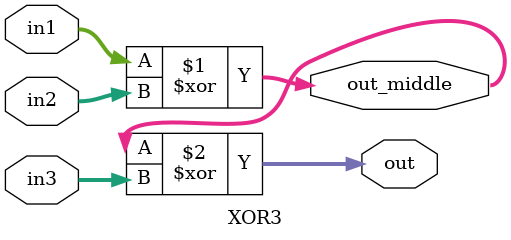
<source format=v>
`timescale 1ns / 1ps

module XOR3(
    input [63:0] in1,in2,in3,
    output [63:0] out,out_middle
    
    );
    
    assign out_middle = in1 ^ in2;
    assign out = out_middle ^ in3;
endmodule

</source>
